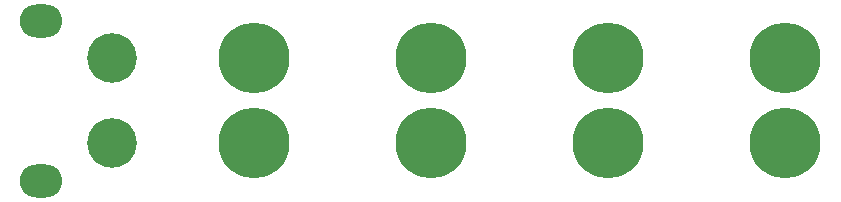
<source format=gbr>
G04 #@! TF.GenerationSoftware,KiCad,Pcbnew,5.0.2-bee76a0~70~ubuntu16.04.1*
G04 #@! TF.CreationDate,2019-11-03T01:58:48+01:00*
G04 #@! TF.ProjectId,hub,6875622e-6b69-4636-9164-5f7063625858,rev?*
G04 #@! TF.SameCoordinates,Original*
G04 #@! TF.FileFunction,Copper,L2,Bot*
G04 #@! TF.FilePolarity,Positive*
%FSLAX46Y46*%
G04 Gerber Fmt 4.6, Leading zero omitted, Abs format (unit mm)*
G04 Created by KiCad (PCBNEW 5.0.2-bee76a0~70~ubuntu16.04.1) date Sun 03 Nov 2019 01:58:48 AM CET*
%MOMM*%
%LPD*%
G01*
G04 APERTURE LIST*
G04 #@! TA.AperFunction,ComponentPad*
%ADD10C,6.000000*%
G04 #@! TD*
G04 #@! TA.AperFunction,ComponentPad*
%ADD11C,4.200000*%
G04 #@! TD*
G04 #@! TA.AperFunction,ComponentPad*
%ADD12O,3.600000X2.800000*%
G04 #@! TD*
G04 APERTURE END LIST*
D10*
G04 #@! TO.P,J2,2*
G04 #@! TO.N,Net-(J1-Pad2)*
X120000000Y-88600000D03*
G04 #@! TO.P,J2,1*
G04 #@! TO.N,Net-(J1-Pad1)*
X120000000Y-81400000D03*
G04 #@! TD*
G04 #@! TO.P,J3,2*
G04 #@! TO.N,Net-(J1-Pad2)*
X135000000Y-88600000D03*
G04 #@! TO.P,J3,1*
G04 #@! TO.N,Net-(J1-Pad1)*
X135000000Y-81400000D03*
G04 #@! TD*
G04 #@! TO.P,J4,2*
G04 #@! TO.N,Net-(J1-Pad2)*
X150000000Y-88600000D03*
G04 #@! TO.P,J4,1*
G04 #@! TO.N,Net-(J1-Pad1)*
X150000000Y-81400000D03*
G04 #@! TD*
G04 #@! TO.P,J5,2*
G04 #@! TO.N,Net-(J1-Pad2)*
X165000000Y-88600000D03*
G04 #@! TO.P,J5,1*
G04 #@! TO.N,Net-(J1-Pad1)*
X165000000Y-81400000D03*
G04 #@! TD*
D11*
G04 #@! TO.P,J1,1*
G04 #@! TO.N,Net-(J1-Pad1)*
X108000000Y-81400000D03*
G04 #@! TO.P,J1,2*
G04 #@! TO.N,Net-(J1-Pad2)*
X108000000Y-88600000D03*
D12*
G04 #@! TO.P,J1,*
G04 #@! TO.N,*
X102000000Y-78250000D03*
X102000000Y-91750000D03*
G04 #@! TD*
M02*

</source>
